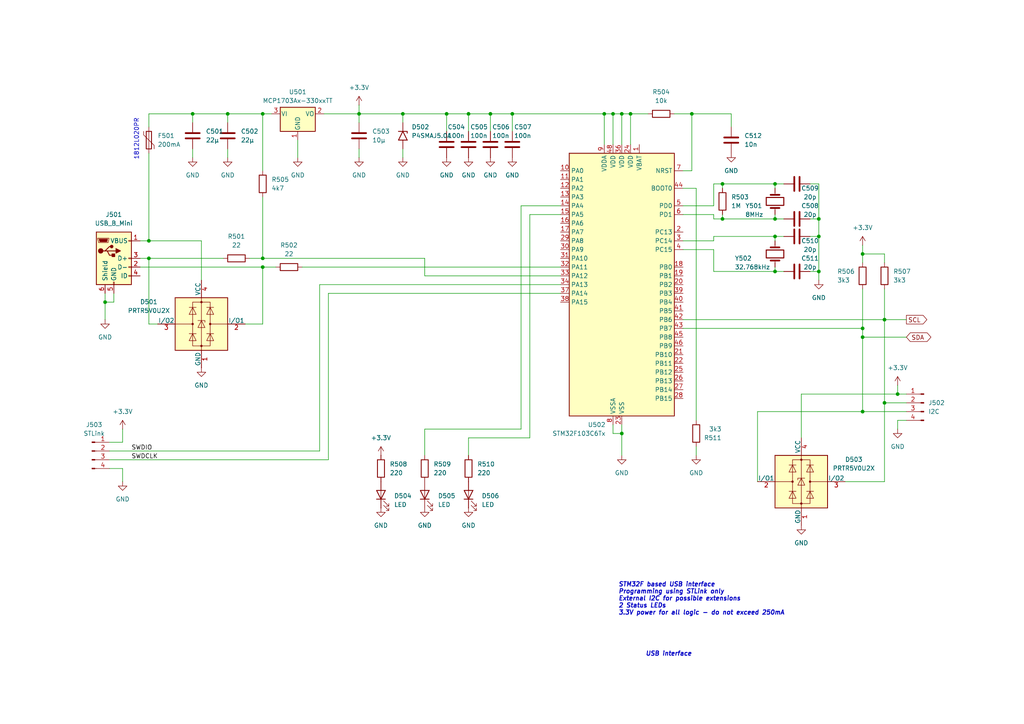
<source format=kicad_sch>
(kicad_sch (version 20250114) (generator "eeschema") (generator_version "9.0")
  (paper "A4")
  (lib_symbols
    (symbol "Connector:Conn_01x04_Pin" (pin_names (offset 1.016) (hide yes))
      (property "Reference" "J" (at 0 5.08 0))
      (property "Value" "Conn_01x04_Pin" (at 0 -7.62 0))
      (symbol "Conn_01x04_Pin_1_1"
        (rectangle (start 0.8636 2.667) (end 0 2.413) (stroke (width 0.1524)) (fill (type outline)))
        (rectangle (start 0.8636 0.127) (end 0 -0.127) (stroke (width 0.1524)) (fill (type outline)))
        (rectangle (start 0.8636 -2.413) (end 0 -2.667) (stroke (width 0.1524)) (fill (type outline)))
        (rectangle (start 0.8636 -4.953) (end 0 -5.207) (stroke (width 0.1524)) (fill (type outline)))
        (polyline (pts (xy 1.27 2.54) (xy 0.8636 2.54)) (stroke (width 0.1524)))
        (polyline (pts (xy 1.27 0) (xy 0.8636 0)) (stroke (width 0.1524)))
        (polyline (pts (xy 1.27 -2.54) (xy 0.8636 -2.54)) (stroke (width 0.1524)))
        (polyline (pts (xy 1.27 -5.08) (xy 0.8636 -5.08)) (stroke (width 0.1524)))
        (pin passive line (at 5.08 2.54 180) (length 3.81) (name "Pin_1") (number "1"))
        (pin passive line (at 5.08 0 180) (length 3.81) (name "Pin_2") (number "2"))
        (pin passive line (at 5.08 -2.54 180) (length 3.81) (name "Pin_3") (number "3"))
        (pin passive line (at 5.08 -5.08 180) (length 3.81) (name "Pin_4") (number "4"))
      )
    )
    (symbol "Connector:USB_B_Mini" (pin_names (offset 1.016))
      (property "Reference" "J" (at -5.08 11.43 0))
      (property "Value" "USB_B_Mini" (at -5.08 8.89 0))
      (symbol "USB_B_Mini_0_1"
        (rectangle (start -5.08 -7.62) (end 5.08 7.62) (stroke (width 0.254)) (fill (type background)))
        (polyline (pts (xy -4.699 5.842) (xy -4.699 5.588) (xy -4.445 4.826) (xy -4.445 4.572) (xy -1.651 4.572) (xy -1.651 4.826) (xy -1.397 5.588) (xy -1.397 5.842) (xy -4.699 5.842)))
        (polyline (pts (xy -4.318 5.588) (xy -1.778 5.588) (xy -2.032 4.826) (xy -4.064 4.826) (xy -4.318 5.588)) (fill (type outline)))
        (circle (center -3.81 2.159) (radius 0.635) (stroke (width 0.254)) (fill (type outline)))
        (polyline (pts (xy -3.175 2.159) (xy -2.54 2.159) (xy -1.27 3.429) (xy -0.635 3.429)) (stroke (width 0.254)))
        (polyline (pts (xy -2.54 2.159) (xy -1.905 2.159) (xy -1.27 0.889) (xy 0 0.889)) (stroke (width 0.254)))
        (polyline (pts (xy -1.905 2.159) (xy 0.635 2.159)) (stroke (width 0.254)))
        (circle (center -0.635 3.429) (radius 0.381) (stroke (width 0.254)) (fill (type outline)))
        (rectangle (start -0.127 -7.62) (end 0.127 -6.858))
        (rectangle (start 0.254 1.27) (end -0.508 0.508) (stroke (width 0.254)) (fill (type outline)))
        (polyline (pts (xy 0.635 2.794) (xy 0.635 1.524) (xy 1.905 2.159) (xy 0.635 2.794)) (stroke (width 0.254)) (fill (type outline)))
        (rectangle (start 5.08 4.953) (end 4.318 5.207))
        (rectangle (start 5.08 -0.127) (end 4.318 0.127))
        (rectangle (start 5.08 -2.667) (end 4.318 -2.413))
        (rectangle (start 5.08 -5.207) (end 4.318 -4.953))
      )
      (symbol "USB_B_Mini_1_1"
        (pin passive line (at -2.54 -10.16 90) (length 2.54) (name "Shield") (number "6"))
        (pin power_out line (at 0 -10.16 90) (length 2.54) (name "GND") (number "5"))
        (pin power_out line (at 7.62 5.08 180) (length 2.54) (name "VBUS") (number "1"))
        (pin bidirectional line (at 7.62 0 180) (length 2.54) (name "D+") (number "3"))
        (pin bidirectional line (at 7.62 -2.54 180) (length 2.54) (name "D-") (number "2"))
        (pin passive line (at 7.62 -5.08 180) (length 2.54) (name "ID") (number "4"))
      )
    )
    (symbol "Device:C" (pin_numbers (hide yes)) (pin_names (offset 0.254))
      (property "Reference" "C" (at 0.635 2.54 0))
      (property "Value" "C" (at 0.635 -2.54 0))
      (symbol "C_0_1"
        (polyline (pts (xy -2.032 0.762) (xy 2.032 0.762)) (stroke (width 0.508)))
        (polyline (pts (xy -2.032 -0.762) (xy 2.032 -0.762)) (stroke (width 0.508)))
      )
      (symbol "C_1_1"
        (pin passive line (at 0 3.81 270) (length 2.794) (name "~") (number "1"))
        (pin passive line (at 0 -3.81 90) (length 2.794) (name "~") (number "2"))
      )
    )
    (symbol "Device:Crystal" (pin_numbers (hide yes)) (pin_names (offset 1.016) (hide yes))
      (property "Reference" "Y" (at 0 3.81 0))
      (property "Value" "Crystal" (at 0 -3.81 0))
      (symbol "Crystal_0_1"
        (polyline (pts (xy -2.54 0) (xy -1.905 0)))
        (polyline (pts (xy -1.905 -1.27) (xy -1.905 1.27)) (stroke (width 0.508)))
        (rectangle (start -1.143 2.54) (end 1.143 -2.54) (stroke (width 0.3048)))
        (polyline (pts (xy 1.905 -1.27) (xy 1.905 1.27)) (stroke (width 0.508)))
        (polyline (pts (xy 2.54 0) (xy 1.905 0)))
      )
      (symbol "Crystal_1_1"
        (pin passive line (at -3.81 0 0) (length 1.27) (name "1") (number "1"))
        (pin passive line (at 3.81 0 180) (length 1.27) (name "2") (number "2"))
      )
    )
    (symbol "Device:LED" (pin_numbers (hide yes)) (pin_names (offset 1.016) (hide yes))
      (property "Reference" "D" (at 0 2.54 0))
      (property "Value" "LED" (at 0 -2.54 0))
      (symbol "LED_0_1"
        (polyline (pts (xy -3.048 -0.762) (xy -4.572 -2.286) (xy -3.81 -2.286) (xy -4.572 -2.286) (xy -4.572 -1.524)))
        (polyline (pts (xy -1.778 -0.762) (xy -3.302 -2.286) (xy -2.54 -2.286) (xy -3.302 -2.286) (xy -3.302 -1.524)))
        (polyline (pts (xy -1.27 0) (xy 1.27 0)))
        (polyline (pts (xy -1.27 -1.27) (xy -1.27 1.27)) (stroke (width 0.254)))
        (polyline (pts (xy 1.27 -1.27) (xy 1.27 1.27) (xy -1.27 0) (xy 1.27 -1.27)) (stroke (width 0.254)))
      )
      (symbol "LED_1_1"
        (pin passive line (at -3.81 0 0) (length 2.54) (name "K") (number "1"))
        (pin passive line (at 3.81 0 180) (length 2.54) (name "A") (number "2"))
      )
    )
    (symbol "Device:Polyfuse" (pin_numbers (hide yes)) (pin_names (offset 0))
      (property "Reference" "F" (at -2.54 0 90))
      (property "Value" "Polyfuse" (at 2.54 0 90))
      (symbol "Polyfuse_0_1"
        (polyline (pts (xy -1.524 2.54) (xy -1.524 1.524) (xy 1.524 -1.524) (xy 1.524 -2.54)))
        (rectangle (start -0.762 2.54) (end 0.762 -2.54) (stroke (width 0.254)))
        (polyline (pts (xy 0 2.54) (xy 0 -2.54)))
      )
      (symbol "Polyfuse_1_1"
        (pin passive line (at 0 3.81 270) (length 1.27) (name "~") (number "1"))
        (pin passive line (at 0 -3.81 90) (length 1.27) (name "~") (number "2"))
      )
    )
    (symbol "Device:R" (pin_numbers (hide yes)) (pin_names (offset 0))
      (property "Reference" "R" (at 2.032 0 90))
      (property "Value" "R" (at 0 0 90))
      (symbol "R_0_1"
        (rectangle (start -1.016 -2.54) (end 1.016 2.54) (stroke (width 0.254)))
      )
      (symbol "R_1_1"
        (pin passive line (at 0 3.81 270) (length 1.27) (name "~") (number "1"))
        (pin passive line (at 0 -3.81 90) (length 1.27) (name "~") (number "2"))
      )
    )
    (symbol "Diode:SMAJ54A" (pin_numbers (hide yes)) (pin_names (offset 1.016) (hide yes))
      (property "Reference" "D" (at 0 2.54 0))
      (property "Value" "SMAJ54A" (at 0 -2.54 0))
      (symbol "SMAJ54A_0_1"
        (polyline (pts (xy -0.762 1.27) (xy -1.27 1.27) (xy -1.27 -1.27)) (stroke (width 0.254)))
        (polyline (pts (xy 1.27 1.27) (xy 1.27 -1.27) (xy -1.27 0) (xy 1.27 1.27)) (stroke (width 0.254)))
      )
      (symbol "SMAJ54A_1_1"
        (pin passive line (at -3.81 0 0) (length 2.54) (name "A1") (number "1"))
        (pin passive line (at 3.81 0 180) (length 2.54) (name "A2") (number "2"))
      )
    )
    (symbol "MCU_ST_STM32F1:STM32F103C6Tx"
      (property "Reference" "U" (at -15.24 39.37 0))
      (property "Value" "STM32F103C6Tx" (at 7.62 39.37 0))
      (symbol "STM32F103C6Tx_0_1"
        (rectangle (start -15.24 -38.1) (end 15.24 38.1) (stroke (width 0.254)) (fill (type background)))
      )
      (symbol "STM32F103C6Tx_1_1"
        (pin input line (at -17.78 33.02 0) (length 2.54) (name "NRST") (number "7"))
        (pin input line (at -17.78 27.94 0) (length 2.54) (name "BOOT0") (number "44"))
        (pin bidirectional line (at -17.78 22.86 0) (length 2.54) (name "PD0") (number "5"))
        (pin bidirectional line (at -17.78 20.32 0) (length 2.54) (name "PD1") (number "6"))
        (pin bidirectional line (at -17.78 15.24 0) (length 2.54) (name "PC13") (number "2"))
        (pin bidirectional line (at -17.78 12.7 0) (length 2.54) (name "PC14") (number "3"))
        (pin bidirectional line (at -17.78 10.16 0) (length 2.54) (name "PC15") (number "4"))
        (pin bidirectional line (at -17.78 5.08 0) (length 2.54) (name "PB0") (number "18"))
        (pin bidirectional line (at -17.78 2.54 0) (length 2.54) (name "PB1") (number "19"))
        (pin bidirectional line (at -17.78 0 0) (length 2.54) (name "PB2") (number "20"))
        (pin bidirectional line (at -17.78 -2.54 0) (length 2.54) (name "PB3") (number "39"))
        (pin bidirectional line (at -17.78 -5.08 0) (length 2.54) (name "PB4") (number "40"))
        (pin bidirectional line (at -17.78 -7.62 0) (length 2.54) (name "PB5") (number "41"))
        (pin bidirectional line (at -17.78 -10.16 0) (length 2.54) (name "PB6") (number "42"))
        (pin bidirectional line (at -17.78 -12.7 0) (length 2.54) (name "PB7") (number "43"))
        (pin bidirectional line (at -17.78 -15.24 0) (length 2.54) (name "PB8") (number "45"))
        (pin bidirectional line (at -17.78 -17.78 0) (length 2.54) (name "PB9") (number "46"))
        (pin bidirectional line (at -17.78 -20.32 0) (length 2.54) (name "PB10") (number "21"))
        (pin bidirectional line (at -17.78 -22.86 0) (length 2.54) (name "PB11") (number "22"))
        (pin bidirectional line (at -17.78 -25.4 0) (length 2.54) (name "PB12") (number "25"))
        (pin bidirectional line (at -17.78 -27.94 0) (length 2.54) (name "PB13") (number "26"))
        (pin bidirectional line (at -17.78 -30.48 0) (length 2.54) (name "PB14") (number "27"))
        (pin bidirectional line (at -17.78 -33.02 0) (length 2.54) (name "PB15") (number "28"))
        (pin power_in line (at -5.08 40.64 270) (length 2.54) (name "VBAT") (number "1"))
        (pin power_in line (at -2.54 40.64 270) (length 2.54) (name "VDD") (number "24"))
        (pin power_in line (at 0 40.64 270) (length 2.54) (name "VDD") (number "36"))
        (pin power_in line (at 0 -40.64 90) (length 2.54) (name "VSS") (number "23"))
        (pin passive line (at 0 -40.64 90) (length 2.54) (hide yes) (name "VSS") (number "35"))
        (pin passive line (at 0 -40.64 90) (length 2.54) (hide yes) (name "VSS") (number "47"))
        (pin power_in line (at 2.54 40.64 270) (length 2.54) (name "VDD") (number "48"))
        (pin power_in line (at 2.54 -40.64 90) (length 2.54) (name "VSSA") (number "8"))
        (pin power_in line (at 5.08 40.64 270) (length 2.54) (name "VDDA") (number "9"))
        (pin bidirectional line (at 17.78 33.02 180) (length 2.54) (name "PA0") (number "10"))
        (pin bidirectional line (at 17.78 30.48 180) (length 2.54) (name "PA1") (number "11"))
        (pin bidirectional line (at 17.78 27.94 180) (length 2.54) (name "PA2") (number "12"))
        (pin bidirectional line (at 17.78 25.4 180) (length 2.54) (name "PA3") (number "13"))
        (pin bidirectional line (at 17.78 22.86 180) (length 2.54) (name "PA4") (number "14"))
        (pin bidirectional line (at 17.78 20.32 180) (length 2.54) (name "PA5") (number "15"))
        (pin bidirectional line (at 17.78 17.78 180) (length 2.54) (name "PA6") (number "16"))
        (pin bidirectional line (at 17.78 15.24 180) (length 2.54) (name "PA7") (number "17"))
        (pin bidirectional line (at 17.78 12.7 180) (length 2.54) (name "PA8") (number "29"))
        (pin bidirectional line (at 17.78 10.16 180) (length 2.54) (name "PA9") (number "30"))
        (pin bidirectional line (at 17.78 7.62 180) (length 2.54) (name "PA10") (number "31"))
        (pin bidirectional line (at 17.78 5.08 180) (length 2.54) (name "PA11") (number "32"))
        (pin bidirectional line (at 17.78 2.54 180) (length 2.54) (name "PA12") (number "33"))
        (pin bidirectional line (at 17.78 0 180) (length 2.54) (name "PA13") (number "34"))
        (pin bidirectional line (at 17.78 -2.54 180) (length 2.54) (name "PA14") (number "37"))
        (pin bidirectional line (at 17.78 -5.08 180) (length 2.54) (name "PA15") (number "38"))
      )
    )
    (symbol "Power_Protection:PRTR5V0U2X" (pin_names (offset 0))
      (property "Reference" "D" (at 2.794 8.636 0))
      (property "Value" "PRTR5V0U2X" (at 8.128 -9.398 0))
      (symbol "PRTR5V0U2X_0_1"
        (rectangle (start -7.62 -7.62) (end 7.62 7.62) (stroke (width 0.254)) (fill (type background)))
        (polyline (pts (xy -3.556 2.794) (xy -1.524 2.794) (xy -2.54 4.826) (xy -3.556 2.794)))
        (polyline (pts (xy -3.556 -4.826) (xy -1.524 -4.826) (xy -2.54 -2.794) (xy -3.556 -4.826)))
        (rectangle (start -2.54 6.35) (end 2.54 -6.35))
        (circle (center -2.54 0) (radius 0.254) (fill (type outline)))
        (polyline (pts (xy -2.54 0) (xy -7.62 0)))
        (polyline (pts (xy -1.524 4.826) (xy -3.556 4.826)))
        (polyline (pts (xy -1.524 -2.794) (xy -3.556 -2.794)))
        (polyline (pts (xy -1.016 -1.016) (xy 1.016 -1.016) (xy 0 1.016) (xy -1.016 -1.016)))
        (circle (center 0 6.35) (radius 0.254) (fill (type outline)))
        (circle (center 0 -6.35) (radius 0.254) (fill (type outline)))
        (polyline (pts (xy 0 -7.62) (xy 0 7.62)))
        (polyline (pts (xy 1.016 1.016) (xy -1.016 1.016) (xy -1.016 0.508)))
        (polyline (pts (xy 1.524 4.826) (xy 3.556 4.826)))
        (polyline (pts (xy 1.524 -2.794) (xy 3.556 -2.794)))
        (polyline (pts (xy 2.54 0) (xy 7.62 0)))
        (circle (center 2.54 0) (radius 0.254) (fill (type outline)))
        (polyline (pts (xy 3.556 2.794) (xy 1.524 2.794) (xy 2.54 4.826) (xy 3.556 2.794)))
        (polyline (pts (xy 3.556 -4.826) (xy 1.524 -4.826) (xy 2.54 -2.794) (xy 3.556 -4.826)))
      )
      (symbol "PRTR5V0U2X_1_1"
        (pin passive line (at -12.7 0 0) (length 5.08) (name "I/O1") (number "2"))
        (pin passive line (at 0 12.7 270) (length 5.08) (name "VCC") (number "4"))
        (pin passive line (at 0 -12.7 90) (length 5.08) (name "GND") (number "1"))
        (pin passive line (at 12.7 0 180) (length 5.08) (name "I/O2") (number "3"))
      )
    )
    (symbol "Regulator_Linear:MCP1703Ax-330xxTT" (pin_names (offset 0.254))
      (property "Reference" "U" (at -3.81 3.175 0))
      (property "Value" "MCP1703Ax-330xxTT" (at 0 3.175 0))
      (symbol "MCP1703Ax-330xxTT_0_1"
        (rectangle (start -5.08 -5.08) (end 5.08 1.905) (stroke (width 0.254)) (fill (type background)))
      )
      (symbol "MCP1703Ax-330xxTT_1_1"
        (pin power_in line (at -7.62 0 0) (length 2.54) (name "VI") (number "3"))
        (pin power_in line (at 0 -7.62 90) (length 2.54) (name "GND") (number "1"))
        (pin power_out line (at 7.62 0 180) (length 2.54) (name "VO") (number "2"))
      )
    )
    (symbol "power:+3.3V" (power) (pin_numbers (hide yes)) (pin_names (offset 0) (hide yes))
      (property "Value" "+3.3V" (at 0 3.556 0))
      (symbol "+3.3V_0_1"
        (polyline (pts (xy -0.762 1.27) (xy 0 2.54)))
        (polyline (pts (xy 0 2.54) (xy 0.762 1.27)))
        (polyline (pts (xy 0 0) (xy 0 2.54)))
      )
      (symbol "+3.3V_1_1"
        (pin power_in line (at 0 0 90) (length 0) (name "~") (number "1"))
      )
    )
    (symbol "power:GND" (power) (pin_numbers (hide yes)) (pin_names (offset 0) (hide yes))
      (property "Value" "GND" (at 0 -3.81 0))
      (symbol "GND_0_1"
        (polyline (pts (xy 0 0) (xy 0 -1.27) (xy 1.27 -1.27) (xy 0 -2.54) (xy -1.27 -1.27) (xy 0 -1.27)))
      )
      (symbol "GND_1_1"
        (pin power_in line (at 0 0 270) (length 0) (name "~") (number "1"))
      )
    )
  )
  (text "USB interface" (at 187.198 189.738 0) (effects (font (size 1.27 1.27) (thickness 0.254) (bold yes) (italic yes)) (justify left)))
  (text "STM32F based USB interface\nProgramming using STLink only\nExternal I2C for possible extensions\n2 Status LEDs\n3.3V power for all logic - do not exceed 250mA" (at 179.324 173.736 0) (effects (font (size 1.27 1.27) (thickness 0.254) (bold yes) (italic yes)) (justify left)))
  (text "1812L020PR" (at 39.624 40.386 90) (effects (font (size 1.27 1.27))))
  (junction (at 129.54 33.02))
  (junction (at 224.79 78.74))
  (junction (at 116.84 33.02))
  (junction (at 76.2 77.47))
  (junction (at 142.24 33.02))
  (junction (at 180.34 125.73))
  (junction (at 224.79 68.58))
  (junction (at 148.59 33.02))
  (junction (at 55.88 33.02))
  (junction (at 224.79 53.34))
  (junction (at 250.19 119.38))
  (junction (at 43.18 74.93))
  (junction (at 256.54 92.71))
  (junction (at 43.18 69.85))
  (junction (at 250.19 97.79))
  (junction (at 104.14 33.02))
  (junction (at 175.26 33.02))
  (junction (at 256.54 116.84))
  (junction (at 250.19 95.25))
  (junction (at 66.04 33.02))
  (junction (at 250.19 73.66))
  (junction (at 135.89 33.02))
  (junction (at 76.2 74.93))
  (junction (at 182.88 33.02))
  (junction (at 30.48 87.63))
  (junction (at 224.79 63.5))
  (junction (at 209.55 63.5))
  (junction (at 76.2 33.02))
  (junction (at 237.49 78.74))
  (junction (at 237.49 63.5))
  (junction (at 177.8 33.02))
  (junction (at 260.35 114.3))
  (junction (at 180.34 33.02))
  (junction (at 209.55 53.34))
  (junction (at 237.49 68.58))
  (junction (at 200.66 33.02))
  (wire (pts (xy 175.26 33.02) (xy 175.26 41.91)))
  (wire (pts (xy 195.58 33.02) (xy 200.66 33.02)))
  (wire (pts (xy 129.54 33.02) (xy 129.54 38.1)))
  (wire (pts (xy 260.35 114.3) (xy 260.35 111.76)))
  (wire (pts (xy 207.01 59.69) (xy 207.01 53.34)))
  (wire (pts (xy 200.66 33.02) (xy 200.66 49.53)))
  (wire (pts (xy 93.98 33.02) (xy 104.14 33.02)))
  (wire (pts (xy 201.93 54.61) (xy 201.93 121.92)))
  (wire (pts (xy 200.66 49.53) (xy 198.12 49.53)))
  (wire (pts (xy 198.12 69.85) (xy 207.01 69.85)))
  (wire (pts (xy 104.14 30.48) (xy 104.14 33.02)))
  (wire (pts (xy 76.2 57.15) (xy 76.2 74.93)))
  (wire (pts (xy 129.54 33.02) (xy 135.89 33.02)))
  (wire (pts (xy 123.19 80.01) (xy 162.56 80.01)))
  (wire (pts (xy 43.18 74.93) (xy 64.77 74.93)))
  (wire (pts (xy 234.95 78.74) (xy 237.49 78.74)))
  (wire (pts (xy 87.63 77.47) (xy 162.56 77.47)))
  (wire (pts (xy 76.2 93.98) (xy 71.12 93.98)))
  (wire (pts (xy 198.12 59.69) (xy 207.01 59.69)))
  (wire (pts (xy 250.19 73.66) (xy 256.54 73.66)))
  (wire (pts (xy 92.71 82.55) (xy 162.56 82.55)))
  (wire (pts (xy 40.64 74.93) (xy 43.18 74.93)))
  (wire (pts (xy 40.64 77.47) (xy 76.2 77.47)))
  (wire (pts (xy 237.49 63.5) (xy 237.49 68.58)))
  (wire (pts (xy 209.55 53.34) (xy 224.79 53.34)))
  (wire (pts (xy 212.09 36.83) (xy 212.09 33.02)))
  (wire (pts (xy 250.19 119.38) (xy 250.19 97.79)))
  (wire (pts (xy 250.19 95.25) (xy 250.19 97.79)))
  (wire (pts (xy 66.04 35.56) (xy 66.04 33.02)))
  (wire (pts (xy 135.89 33.02) (xy 142.24 33.02)))
  (wire (pts (xy 256.54 116.84) (xy 262.89 116.84)))
  (wire (pts (xy 256.54 92.71) (xy 256.54 116.84)))
  (wire (pts (xy 40.64 69.85) (xy 43.18 69.85)))
  (wire (pts (xy 224.79 68.58) (xy 224.79 69.85)))
  (wire (pts (xy 207.01 62.23) (xy 207.01 63.5)))
  (wire (pts (xy 227.33 68.58) (xy 224.79 68.58)))
  (wire (pts (xy 177.8 33.02) (xy 177.8 41.91)))
  (wire (pts (xy 135.89 127) (xy 135.89 132.08)))
  (wire (pts (xy 135.89 33.02) (xy 135.89 38.1)))
  (wire (pts (xy 262.89 114.3) (xy 260.35 114.3)))
  (wire (pts (xy 180.34 33.02) (xy 180.34 41.91)))
  (wire (pts (xy 33.02 85.09) (xy 33.02 87.63)))
  (wire (pts (xy 209.55 62.23) (xy 209.55 63.5)))
  (wire (pts (xy 245.11 139.7) (xy 256.54 139.7)))
  (wire (pts (xy 43.18 69.85) (xy 58.42 69.85)))
  (wire (pts (xy 55.88 43.18) (xy 55.88 45.72)))
  (wire (pts (xy 31.75 135.89) (xy 35.56 135.89)))
  (wire (pts (xy 256.54 76.2) (xy 256.54 73.66)))
  (wire (pts (xy 30.48 87.63) (xy 30.48 92.71)))
  (wire (pts (xy 175.26 33.02) (xy 177.8 33.02)))
  (wire (pts (xy 224.79 77.47) (xy 224.79 78.74)))
  (wire (pts (xy 250.19 73.66) (xy 250.19 76.2)))
  (wire (pts (xy 151.13 124.46) (xy 123.19 124.46)))
  (wire (pts (xy 182.88 41.91) (xy 182.88 33.02)))
  (wire (pts (xy 180.34 33.02) (xy 182.88 33.02)))
  (wire (pts (xy 232.41 114.3) (xy 260.35 114.3)))
  (wire (pts (xy 237.49 63.5) (xy 234.95 63.5)))
  (wire (pts (xy 224.79 63.5) (xy 227.33 63.5)))
  (wire (pts (xy 153.67 127) (xy 135.89 127)))
  (wire (pts (xy 219.71 119.38) (xy 250.19 119.38)))
  (wire (pts (xy 31.75 130.81) (xy 92.71 130.81)))
  (wire (pts (xy 35.56 135.89) (xy 35.56 139.7)))
  (wire (pts (xy 256.54 116.84) (xy 256.54 139.7)))
  (wire (pts (xy 162.56 62.23) (xy 153.67 62.23)))
  (wire (pts (xy 177.8 33.02) (xy 180.34 33.02)))
  (wire (pts (xy 76.2 77.47) (xy 80.01 77.47)))
  (wire (pts (xy 198.12 62.23) (xy 207.01 62.23)))
  (wire (pts (xy 256.54 83.82) (xy 256.54 92.71)))
  (wire (pts (xy 142.24 33.02) (xy 142.24 38.1)))
  (wire (pts (xy 148.59 33.02) (xy 175.26 33.02)))
  (wire (pts (xy 224.79 53.34) (xy 224.79 54.61)))
  (wire (pts (xy 232.41 127) (xy 232.41 114.3)))
  (wire (pts (xy 250.19 83.82) (xy 250.19 95.25)))
  (wire (pts (xy 35.56 128.27) (xy 35.56 124.46)))
  (wire (pts (xy 95.25 85.09) (xy 162.56 85.09)))
  (wire (pts (xy 76.2 49.53) (xy 76.2 33.02)))
  (wire (pts (xy 198.12 92.71) (xy 256.54 92.71)))
  (wire (pts (xy 180.34 125.73) (xy 180.34 132.08)))
  (wire (pts (xy 234.95 53.34) (xy 237.49 53.34)))
  (wire (pts (xy 30.48 87.63) (xy 33.02 87.63)))
  (wire (pts (xy 43.18 69.85) (xy 43.18 44.45)))
  (wire (pts (xy 177.8 123.19) (xy 177.8 125.73)))
  (wire (pts (xy 43.18 93.98) (xy 45.72 93.98)))
  (wire (pts (xy 58.42 81.28) (xy 58.42 69.85)))
  (wire (pts (xy 116.84 33.02) (xy 129.54 33.02)))
  (wire (pts (xy 86.36 40.64) (xy 86.36 45.72)))
  (wire (pts (xy 162.56 59.69) (xy 151.13 59.69)))
  (wire (pts (xy 260.35 121.92) (xy 260.35 124.46)))
  (wire (pts (xy 224.79 63.5) (xy 224.79 62.23)))
  (wire (pts (xy 76.2 33.02) (xy 78.74 33.02)))
  (wire (pts (xy 104.14 33.02) (xy 116.84 33.02)))
  (wire (pts (xy 207.01 53.34) (xy 209.55 53.34)))
  (wire (pts (xy 180.34 123.19) (xy 180.34 125.73)))
  (wire (pts (xy 66.04 33.02) (xy 76.2 33.02)))
  (wire (pts (xy 237.49 68.58) (xy 237.49 78.74)))
  (wire (pts (xy 200.66 33.02) (xy 212.09 33.02)))
  (wire (pts (xy 237.49 53.34) (xy 237.49 63.5)))
  (wire (pts (xy 224.79 53.34) (xy 227.33 53.34)))
  (wire (pts (xy 227.33 78.74) (xy 224.79 78.74)))
  (wire (pts (xy 256.54 92.71) (xy 262.89 92.71)))
  (wire (pts (xy 31.75 133.35) (xy 95.25 133.35)))
  (wire (pts (xy 72.39 74.93) (xy 76.2 74.93)))
  (wire (pts (xy 207.01 72.39) (xy 207.01 78.74)))
  (wire (pts (xy 219.71 139.7) (xy 219.71 119.38)))
  (wire (pts (xy 95.25 133.35) (xy 95.25 85.09)))
  (wire (pts (xy 43.18 33.02) (xy 55.88 33.02)))
  (wire (pts (xy 76.2 74.93) (xy 123.19 74.93)))
  (wire (pts (xy 123.19 124.46) (xy 123.19 132.08)))
  (wire (pts (xy 116.84 43.18) (xy 116.84 45.72)))
  (wire (pts (xy 43.18 36.83) (xy 43.18 33.02)))
  (wire (pts (xy 43.18 74.93) (xy 43.18 93.98)))
  (wire (pts (xy 76.2 77.47) (xy 76.2 93.98)))
  (wire (pts (xy 151.13 59.69) (xy 151.13 124.46)))
  (wire (pts (xy 207.01 68.58) (xy 224.79 68.58)))
  (wire (pts (xy 209.55 53.34) (xy 209.55 54.61)))
  (wire (pts (xy 116.84 35.56) (xy 116.84 33.02)))
  (wire (pts (xy 104.14 43.18) (xy 104.14 45.72)))
  (wire (pts (xy 207.01 78.74) (xy 224.79 78.74)))
  (wire (pts (xy 153.67 62.23) (xy 153.67 127)))
  (wire (pts (xy 55.88 33.02) (xy 55.88 35.56)))
  (wire (pts (xy 148.59 33.02) (xy 148.59 38.1)))
  (wire (pts (xy 66.04 43.18) (xy 66.04 45.72)))
  (wire (pts (xy 198.12 95.25) (xy 250.19 95.25)))
  (wire (pts (xy 262.89 121.92) (xy 260.35 121.92)))
  (wire (pts (xy 237.49 78.74) (xy 237.49 81.28)))
  (wire (pts (xy 198.12 54.61) (xy 201.93 54.61)))
  (wire (pts (xy 142.24 33.02) (xy 148.59 33.02)))
  (wire (pts (xy 201.93 129.54) (xy 201.93 132.08)))
  (wire (pts (xy 198.12 72.39) (xy 207.01 72.39)))
  (wire (pts (xy 234.95 68.58) (xy 237.49 68.58)))
  (wire (pts (xy 104.14 35.56) (xy 104.14 33.02)))
  (wire (pts (xy 31.75 128.27) (xy 35.56 128.27)))
  (wire (pts (xy 250.19 97.79) (xy 262.89 97.79)))
  (wire (pts (xy 250.19 71.12) (xy 250.19 73.66)))
  (wire (pts (xy 262.89 119.38) (xy 250.19 119.38)))
  (wire (pts (xy 123.19 74.93) (xy 123.19 80.01)))
  (wire (pts (xy 209.55 63.5) (xy 224.79 63.5)))
  (wire (pts (xy 207.01 63.5) (xy 209.55 63.5)))
  (wire (pts (xy 182.88 33.02) (xy 187.96 33.02)))
  (wire (pts (xy 92.71 130.81) (xy 92.71 82.55)))
  (wire (pts (xy 177.8 125.73) (xy 180.34 125.73)))
  (wire (pts (xy 55.88 33.02) (xy 66.04 33.02)))
  (wire (pts (xy 207.01 69.85) (xy 207.01 68.58)))
  (wire (pts (xy 30.48 85.09) (xy 30.48 87.63)))
  (label "SWDCLK" (at 38.1 133.35 0))
  (label "SWDIO" (at 38.1 130.81 0))
  (global_label "SDA" (shape bidirectional) (at 262.89 97.79 0) (property "Intersheetrefs" "${INTERSHEET_REFS}" (effects (hide yes))))
  (global_label "SCL" (shape output) (at 262.89 92.71 0) (property "Intersheetrefs" "${INTERSHEET_REFS}" (effects (hide yes))))
  (symbol (lib_id "power:GND") (at 201.93 132.08 0) (unit 1)
    (property "Reference" "#PWR0526" (effects (hide yes)))
    (property "Value" "GND" (at 201.93 137.16 0))
    (property "Description" "Power symbol creates a global label with name \"GND\" , ground" (effects (hide yes)))
  )
  (symbol (lib_id "power:GND") (at 129.54 45.72 0) (unit 1)
    (property "Reference" "#PWR0510" (effects (hide yes)))
    (property "Value" "GND" (at 129.54 50.8 0))
    (property "Description" "Power symbol creates a global label with name \"GND\" , ground" (effects (hide yes)))
  )
  (symbol (lib_id "Device:C") (at 212.09 40.64 0) (unit 1)
    (property "Reference" "C512" (at 215.9 39.3699 0) (effects (justify left)))
    (property "Value" "10n" (at 215.9 41.9099 0) (effects (justify left)))
    (property "Footprint" "Capacitor_SMD:C_0603_1608Metric" (effects (hide yes)))
    (property "Description" "Unpolarized capacitor" (effects (hide yes)))
  )
  (symbol (lib_id "power:+3.3V") (at 110.49 132.08 0) (unit 1)
    (property "Reference" "#PWR0525" (effects (hide yes)))
    (property "Value" "+3.3V" (at 110.49 127 0))
    (property "Description" "Power symbol creates a global label with name \"+3.3V\"" (effects (hide yes)))
  )
  (symbol (lib_id "Device:R") (at 191.77 33.02 90) (unit 1)
    (property "Reference" "R504" (at 191.77 26.67 90))
    (property "Value" "10k" (at 191.77 29.21 90))
    (property "Footprint" "Resistor_SMD:R_0603_1608Metric" (effects (hide yes)))
    (property "Description" "Resistor" (effects (hide yes)))
  )
  (symbol (lib_id "power:GND") (at 30.48 92.71 0) (unit 1)
    (property "Reference" "#PWR0501" (effects (hide yes)))
    (property "Value" "GND" (at 30.48 97.79 0))
    (property "Description" "Power symbol creates a global label with name \"GND\" , ground" (effects (hide yes)))
  )
  (symbol (lib_id "Device:C") (at 231.14 78.74 90) (unit 1)
    (property "Reference" "C511" (at 234.95 74.93 90))
    (property "Value" "20p" (at 234.95 77.47 90))
    (property "Footprint" "Capacitor_SMD:C_0603_1608Metric" (effects (hide yes)))
    (property "Description" "Unpolarized capacitor" (effects (hide yes)))
  )
  (symbol (lib_id "Power_Protection:PRTR5V0U2X") (at 232.41 139.7 0) (unit 1)
    (property "Reference" "D503" (at 247.65 133.2798 0))
    (property "Value" "PRTR5V0U2X" (at 247.65 135.8198 0))
    (property "Footprint" "Package_TO_SOT_SMD:SOT-143" (effects (hide yes)))
    (property "Datasheet" "https://assets.nexperia.com/documents/data-sheet/PRTR5V0U2X.pdf" (effects (hide yes)))
    (property "Description" "Ultra low capacitance double rail-to-rail ESD protection diode, SOT-143" (effects (hide yes)))
  )
  (symbol (lib_id "power:GND") (at 35.56 139.7 0) (unit 1)
    (property "Reference" "#PWR0520" (effects (hide yes)))
    (property "Value" "GND" (at 35.56 144.78 0))
    (property "Description" "Power symbol creates a global label with name \"GND\" , ground" (effects (hide yes)))
  )
  (symbol (lib_id "Diode:SMAJ54A") (at 116.84 39.37 270) (unit 1)
    (property "Reference" "D502" (at 119.38 36.83 90) (effects (justify left)))
    (property "Value" "P4SMAJ5.0A" (at 119.38 39.37 90) (effects (justify left)))
    (property "Footprint" "Diode_SMD:D_SMA" (effects (hide yes)))
    (property "Datasheet" "https://www.littelfuse.com/media?resourcetype=datasheets&itemid=75e32973-b177-4ee3-a0ff-cedaf1abdb93&filename=smaj-datasheet" (effects (hide yes)))
    (property "Description" "400W unidirectional Transient Voltage Suppressor, 54.0Vr, SMA(DO-214AC)" (effects (hide yes)))
  )
  (symbol (lib_id "Device:R") (at 83.82 77.47 90) (unit 1)
    (property "Reference" "R502" (at 83.82 71.12 90))
    (property "Value" "22" (at 83.82 73.66 90))
    (property "Footprint" "Resistor_SMD:R_0603_1608Metric" (effects (hide yes)))
    (property "Description" "Resistor" (effects (hide yes)))
  )
  (symbol (lib_id "power:GND") (at 66.04 45.72 0) (unit 1)
    (property "Reference" "#PWR0503" (effects (hide yes)))
    (property "Value" "GND" (at 66.04 50.8 0))
    (property "Description" "Power symbol creates a global label with name \"GND\" , ground" (effects (hide yes)))
  )
  (symbol (lib_id "power:GND") (at 116.84 45.72 0) (unit 1)
    (property "Reference" "#PWR0509" (effects (hide yes)))
    (property "Value" "GND" (at 116.84 50.8 0))
    (property "Description" "Power symbol creates a global label with name \"GND\" , ground" (effects (hide yes)))
  )
  (symbol (lib_id "power:+3.3V") (at 260.35 111.76 0) (unit 1)
    (property "Reference" "#PWR0517" (effects (hide yes)))
    (property "Value" "+3.3V" (at 260.35 106.68 0))
    (property "Description" "Power symbol creates a global label with name \"+3.3V\"" (effects (hide yes)))
  )
  (symbol (lib_id "Connector:Conn_01x04_Pin") (at 267.97 116.84 0) (mirror y) (unit 1)
    (property "Reference" "J502" (at 269.24 116.8399 0) (effects (justify right)))
    (property "Value" "I2C" (at 269.24 119.3799 0) (effects (justify right)))
    (property "Footprint" "Connector_PinHeader_2.54mm:PinHeader_1x04_P2.54mm_Vertical" (effects (hide yes)))
    (property "Description" "Generic connector, single row, 01x04, script generated" (effects (hide yes)))
  )
  (symbol (lib_id "power:+3.3V") (at 35.56 124.46 0) (unit 1)
    (property "Reference" "#PWR0521" (effects (hide yes)))
    (property "Value" "+3.3V" (at 35.56 119.38 0))
    (property "Description" "Power symbol creates a global label with name \"+3.3V\"" (effects (hide yes)))
  )
  (symbol (lib_id "Regulator_Linear:MCP1703Ax-330xxTT") (at 86.36 33.02 0) (unit 1)
    (property "Reference" "U501" (at 86.36 26.67 0))
    (property "Value" "MCP1703Ax-330xxTT" (at 86.36 29.21 0))
    (property "Footprint" "Package_TO_SOT_SMD:SOT-23" (effects (hide yes)))
    (property "Datasheet" "http://ww1.microchip.com/downloads/en/DeviceDoc/20005122B.pdf" (effects (hide yes)))
    (property "Description" "Low Quiescent Current LDO Regulator, 3.3V, 250mA, Vin<=16V, SOT-23" (effects (hide yes)))
  )
  (symbol (lib_id "Device:R") (at 256.54 80.01 0) (unit 1)
    (property "Reference" "R507" (at 259.08 78.7399 0) (effects (justify left)))
    (property "Value" "3k3" (at 259.08 81.2799 0) (effects (justify left)))
    (property "Footprint" "Resistor_SMD:R_0603_1608Metric" (effects (hide yes)))
    (property "Description" "Resistor" (effects (hide yes)))
  )
  (symbol (lib_id "Device:C") (at 148.59 41.91 0) (unit 1)
    (property "Reference" "C507" (at 149.098 36.83 0) (effects (justify left)))
    (property "Value" "100n" (at 149.098 39.37 0) (effects (justify left)))
    (property "Footprint" "Capacitor_SMD:C_0603_1608Metric" (effects (hide yes)))
    (property "Description" "Unpolarized capacitor" (effects (hide yes)))
  )
  (symbol (lib_id "Device:C") (at 66.04 39.37 0) (unit 1)
    (property "Reference" "C502" (at 69.85 38.0999 0) (effects (justify left)))
    (property "Value" "22µ" (at 69.85 40.6399 0) (effects (justify left)))
    (property "Footprint" "Capacitor_SMD:C_1206_3216Metric" (effects (hide yes)))
    (property "Description" "Unpolarized capacitor" (effects (hide yes)))
  )
  (symbol (lib_id "Device:Crystal") (at 224.79 58.42 90) (unit 1)
    (property "Reference" "Y501" (at 216.154 59.69 90) (effects (justify right)))
    (property "Value" "8MHz" (at 216.154 62.23 90) (effects (justify right)))
    (property "Footprint" "Crystal:Crystal_HC49-U_Vertical" (effects (hide yes)))
    (property "Description" "Two pin crystal" (effects (hide yes)))
  )
  (symbol (lib_id "Device:R") (at 110.49 135.89 0) (unit 1)
    (property "Reference" "R508" (at 113.03 134.6199 0) (effects (justify left)))
    (property "Value" "220" (at 113.03 137.1599 0) (effects (justify left)))
    (property "Footprint" "Resistor_SMD:R_0603_1608Metric" (effects (hide yes)))
    (property "Description" "Resistor" (effects (hide yes)))
  )
  (symbol (lib_id "power:GND") (at 135.89 147.32 0) (unit 1)
    (property "Reference" "#PWR0524" (effects (hide yes)))
    (property "Value" "GND" (at 135.89 152.4 0))
    (property "Description" "Power symbol creates a global label with name \"GND\" , ground" (effects (hide yes)))
  )
  (symbol (lib_id "power:+3.3V") (at 250.19 71.12 0) (unit 1)
    (property "Reference" "#PWR0516" (effects (hide yes)))
    (property "Value" "+3.3V" (at 250.19 66.04 0))
    (property "Description" "Power symbol creates a global label with name \"+3.3V\"" (effects (hide yes)))
  )
  (symbol (lib_id "Connector:USB_B_Mini") (at 33.02 74.93 0) (unit 1)
    (property "Reference" "J501" (at 33.02 62.23 0))
    (property "Value" "USB_B_Mini" (at 33.02 64.77 0))
    (property "Footprint" "Connector_USB:USB_Mini-B_Wuerth_65100516121_Horizontal" (effects (hide yes)))
    (property "Description" "USB Mini Type B connector" (effects (hide yes)))
  )
  (symbol (lib_id "Device:LED") (at 110.49 143.51 90) (unit 1)
    (property "Reference" "D504" (at 114.3 143.8274 90) (effects (justify right)))
    (property "Value" "LED" (at 114.3 146.3674 90) (effects (justify right)))
    (property "Footprint" "LED_SMD:LED_1206_3216Metric" (effects (hide yes)))
    (property "Description" "Light emitting diode" (effects (hide yes)))
    (property "Sim.Pins" "1=K 2=A" (effects (hide yes)))
  )
  (symbol (lib_id "power:GND") (at 110.49 147.32 0) (unit 1)
    (property "Reference" "#PWR0522" (effects (hide yes)))
    (property "Value" "GND" (at 110.49 152.4 0))
    (property "Description" "Power symbol creates a global label with name \"GND\" , ground" (effects (hide yes)))
  )
  (symbol (lib_id "Device:R") (at 76.2 53.34 180) (unit 1)
    (property "Reference" "R505" (at 78.74 52.0699 0) (effects (justify right)))
    (property "Value" "4k7" (at 78.74 54.6099 0) (effects (justify right)))
    (property "Footprint" "Resistor_SMD:R_0603_1608Metric" (effects (hide yes)))
    (property "Description" "Resistor" (effects (hide yes)))
  )
  (symbol (lib_id "Device:Crystal") (at 224.79 73.66 90) (unit 1)
    (property "Reference" "Y502" (at 213.106 74.93 90) (effects (justify right)))
    (property "Value" "32.768kHz" (at 213.106 77.47 90) (effects (justify right)))
    (property "Footprint" "Crystal:Crystal_DS10_D1.0mm_L4.3mm_Horizontal" (effects (hide yes)))
    (property "Description" "Two pin crystal" (effects (hide yes)))
  )
  (symbol (lib_id "Device:LED") (at 135.89 143.51 90) (unit 1)
    (property "Reference" "D506" (at 139.7 143.8274 90) (effects (justify right)))
    (property "Value" "LED" (at 139.7 146.3674 90) (effects (justify right)))
    (property "Footprint" "LED_SMD:LED_1206_3216Metric" (effects (hide yes)))
    (property "Description" "Light emitting diode" (effects (hide yes)))
    (property "Sim.Pins" "1=K 2=A" (effects (hide yes)))
  )
  (symbol (lib_id "MCU_ST_STM32F1:STM32F103C6Tx") (at 180.34 82.55 0) (mirror y) (unit 1)
    (property "Reference" "U502" (at 175.6567 123.19 0) (effects (justify left)))
    (property "Value" "STM32F103C6Tx" (at 175.6567 125.73 0) (effects (justify left)))
    (property "Footprint" "Package_QFP:LQFP-48_7x7mm_P0.5mm" (effects (hide yes)))
    (property "Datasheet" "https://www.st.com/resource/en/datasheet/stm32f103c6.pdf" (effects (hide yes)))
    (property "Description" "STMicroelectronics Arm Cortex-M3 MCU, 32KB flash, 10KB RAM, 72 MHz, 2.0-3.6V, 37 GPIO, LQFP48" (effects (hide yes)))
  )
  (symbol (lib_id "power:GND") (at 260.35 124.46 0) (unit 1)
    (property "Reference" "#PWR0518" (effects (hide yes)))
    (property "Value" "GND" (at 260.35 129.54 0))
    (property "Description" "Power symbol creates a global label with name \"GND\" , ground" (effects (hide yes)))
  )
  (symbol (lib_id "Device:R") (at 209.55 58.42 0) (unit 1)
    (property "Reference" "R503" (at 212.09 57.1499 0) (effects (justify left)))
    (property "Value" "1M" (at 212.09 59.6899 0) (effects (justify left)))
    (property "Footprint" "Resistor_SMD:R_0603_1608Metric" (effects (hide yes)))
    (property "Description" "Resistor" (effects (hide yes)))
  )
  (symbol (lib_id "Device:R") (at 250.19 80.01 0) (unit 1)
    (property "Reference" "R506" (at 242.824 78.74 0) (effects (justify left)))
    (property "Value" "3k3" (at 242.824 81.28 0) (effects (justify left)))
    (property "Footprint" "Resistor_SMD:R_0603_1608Metric" (effects (hide yes)))
    (property "Description" "Resistor" (effects (hide yes)))
  )
  (symbol (lib_id "power:GND") (at 104.14 45.72 0) (unit 1)
    (property "Reference" "#PWR0505" (effects (hide yes)))
    (property "Value" "GND" (at 104.14 50.8 0))
    (property "Description" "Power symbol creates a global label with name \"GND\" , ground" (effects (hide yes)))
  )
  (symbol (lib_id "power:GND") (at 86.36 45.72 0) (unit 1)
    (property "Reference" "#PWR0504" (effects (hide yes)))
    (property "Value" "GND" (at 86.36 50.8 0))
    (property "Description" "Power symbol creates a global label with name \"GND\" , ground" (effects (hide yes)))
  )
  (symbol (lib_id "Power_Protection:PRTR5V0U2X") (at 58.42 93.98 0) (mirror y) (unit 1)
    (property "Reference" "D501" (at 43.18 87.5598 0))
    (property "Value" "PRTR5V0U2X" (at 43.18 90.0998 0))
    (property "Footprint" "Package_TO_SOT_SMD:SOT-143" (effects (hide yes)))
    (property "Datasheet" "https://assets.nexperia.com/documents/data-sheet/PRTR5V0U2X.pdf" (effects (hide yes)))
    (property "Description" "Ultra low capacitance double rail-to-rail ESD protection diode, SOT-143" (effects (hide yes)))
  )
  (symbol (lib_id "power:GND") (at 212.09 44.45 0) (unit 1)
    (property "Reference" "#PWR0515" (effects (hide yes)))
    (property "Value" "GND" (at 212.09 49.53 0))
    (property "Description" "Power symbol creates a global label with name \"GND\" , ground" (effects (hide yes)))
  )
  (symbol (lib_id "Device:C") (at 129.54 41.91 0) (unit 1)
    (property "Reference" "C504" (at 129.794 36.83 0) (effects (justify left)))
    (property "Value" "100n" (at 129.794 39.37 0) (effects (justify left)))
    (property "Footprint" "Capacitor_SMD:C_0603_1608Metric" (effects (hide yes)))
    (property "Description" "Unpolarized capacitor" (effects (hide yes)))
  )
  (symbol (lib_id "power:GND") (at 180.34 132.08 0) (unit 1)
    (property "Reference" "#PWR0514" (effects (hide yes)))
    (property "Value" "GND" (at 180.34 137.16 0))
    (property "Description" "Power symbol creates a global label with name \"GND\" , ground" (effects (hide yes)))
  )
  (symbol (lib_id "Device:R") (at 135.89 135.89 0) (unit 1)
    (property "Reference" "R510" (at 138.43 134.6199 0) (effects (justify left)))
    (property "Value" "220" (at 138.43 137.1599 0) (effects (justify left)))
    (property "Footprint" "Resistor_SMD:R_0603_1608Metric" (effects (hide yes)))
    (property "Description" "Resistor" (effects (hide yes)))
  )
  (symbol (lib_id "Device:C") (at 104.14 39.37 0) (unit 1)
    (property "Reference" "C503" (at 107.95 38.0999 0) (effects (justify left)))
    (property "Value" "10µ" (at 107.95 40.6399 0) (effects (justify left)))
    (property "Footprint" "Capacitor_SMD:C_1206_3216Metric" (effects (hide yes)))
    (property "Description" "Unpolarized capacitor" (effects (hide yes)))
  )
  (symbol (lib_id "Device:C") (at 231.14 68.58 90) (unit 1)
    (property "Reference" "C510" (at 234.95 69.85 90))
    (property "Value" "20p" (at 234.95 72.39 90))
    (property "Footprint" "Capacitor_SMD:C_0603_1608Metric" (effects (hide yes)))
    (property "Description" "Unpolarized capacitor" (effects (hide yes)))
  )
  (symbol (lib_id "Device:R") (at 123.19 135.89 0) (unit 1)
    (property "Reference" "R509" (at 125.73 134.6199 0) (effects (justify left)))
    (property "Value" "220" (at 125.73 137.1599 0) (effects (justify left)))
    (property "Footprint" "Resistor_SMD:R_0603_1608Metric" (effects (hide yes)))
    (property "Description" "Resistor" (effects (hide yes)))
  )
  (symbol (lib_id "Device:C") (at 142.24 41.91 0) (unit 1)
    (property "Reference" "C506" (at 142.748 36.83 0) (effects (justify left)))
    (property "Value" "100n" (at 142.748 39.37 0) (effects (justify left)))
    (property "Footprint" "Capacitor_SMD:C_0603_1608Metric" (effects (hide yes)))
    (property "Description" "Unpolarized capacitor" (effects (hide yes)))
  )
  (symbol (lib_id "power:GND") (at 148.59 45.72 0) (unit 1)
    (property "Reference" "#PWR0513" (effects (hide yes)))
    (property "Value" "GND" (at 148.59 50.8 0))
    (property "Description" "Power symbol creates a global label with name \"GND\" , ground" (effects (hide yes)))
  )
  (symbol (lib_id "Device:C") (at 231.14 53.34 90) (unit 1)
    (property "Reference" "C509" (at 234.95 54.61 90))
    (property "Value" "20p" (at 234.95 57.15 90))
    (property "Footprint" "Capacitor_SMD:C_0603_1608Metric" (effects (hide yes)))
    (property "Description" "Unpolarized capacitor" (effects (hide yes)))
  )
  (symbol (lib_id "Device:Polyfuse") (at 43.18 40.64 0) (unit 1)
    (property "Reference" "F501" (at 45.72 39.3699 0) (effects (justify left)))
    (property "Value" "200mA" (at 45.72 41.9099 0) (effects (justify left)))
    (property "Footprint" "Fuse:Fuse_1812_4532Metric" (effects (hide yes)))
    (property "Description" "Resettable fuse, polymeric positive temperature coefficient" (effects (hide yes)))
  )
  (symbol (lib_id "power:GND") (at 237.49 81.28 0) (unit 1)
    (property "Reference" "#PWR0507" (effects (hide yes)))
    (property "Value" "GND" (at 237.49 86.36 0))
    (property "Description" "Power symbol creates a global label with name \"GND\" , ground" (effects (hide yes)))
  )
  (symbol (lib_id "power:GND") (at 55.88 45.72 0) (unit 1)
    (property "Reference" "#PWR0502" (effects (hide yes)))
    (property "Value" "GND" (at 55.88 50.8 0))
    (property "Description" "Power symbol creates a global label with name \"GND\" , ground" (effects (hide yes)))
  )
  (symbol (lib_id "power:GND") (at 142.24 45.72 0) (unit 1)
    (property "Reference" "#PWR0512" (effects (hide yes)))
    (property "Value" "GND" (at 142.24 50.8 0))
    (property "Description" "Power symbol creates a global label with name \"GND\" , ground" (effects (hide yes)))
  )
  (symbol (lib_id "power:+3.3V") (at 104.14 30.48 0) (unit 1)
    (property "Reference" "#PWR0506" (effects (hide yes)))
    (property "Value" "+3.3V" (at 104.14 25.4 0))
    (property "Description" "Power symbol creates a global label with name \"+3.3V\"" (effects (hide yes)))
  )
  (symbol (lib_id "Device:R") (at 201.93 125.73 180) (unit 1)
    (property "Reference" "R511" (at 209.296 127 0) (effects (justify left)))
    (property "Value" "3k3" (at 209.296 124.46 0) (effects (justify left)))
    (property "Footprint" "Resistor_SMD:R_0603_1608Metric" (effects (hide yes)))
    (property "Description" "Resistor" (effects (hide yes)))
  )
  (symbol (lib_id "power:GND") (at 58.42 106.68 0) (unit 1)
    (property "Reference" "#PWR0508" (effects (hide yes)))
    (property "Value" "GND" (at 58.42 111.76 0))
    (property "Description" "Power symbol creates a global label with name \"GND\" , ground" (effects (hide yes)))
  )
  (symbol (lib_id "Device:C") (at 231.14 63.5 90) (unit 1)
    (property "Reference" "C508" (at 234.95 59.69 90))
    (property "Value" "20p" (at 234.95 62.23 90))
    (property "Footprint" "Capacitor_SMD:C_0603_1608Metric" (effects (hide yes)))
    (property "Description" "Unpolarized capacitor" (effects (hide yes)))
  )
  (symbol (lib_id "power:GND") (at 123.19 147.32 0) (unit 1)
    (property "Reference" "#PWR0523" (effects (hide yes)))
    (property "Value" "GND" (at 123.19 152.4 0))
    (property "Description" "Power symbol creates a global label with name \"GND\" , ground" (effects (hide yes)))
  )
  (symbol (lib_id "power:GND") (at 135.89 45.72 0) (unit 1)
    (property "Reference" "#PWR0511" (effects (hide yes)))
    (property "Value" "GND" (at 135.89 50.8 0))
    (property "Description" "Power symbol creates a global label with name \"GND\" , ground" (effects (hide yes)))
  )
  (symbol (lib_id "Device:LED") (at 123.19 143.51 90) (unit 1)
    (property "Reference" "D505" (at 127 143.8274 90) (effects (justify right)))
    (property "Value" "LED" (at 127 146.3674 90) (effects (justify right)))
    (property "Footprint" "LED_SMD:LED_1206_3216Metric" (effects (hide yes)))
    (property "Description" "Light emitting diode" (effects (hide yes)))
    (property "Sim.Pins" "1=K 2=A" (effects (hide yes)))
  )
  (symbol (lib_id "Device:C") (at 135.89 41.91 0) (unit 1)
    (property "Reference" "C505" (at 136.398 36.83 0) (effects (justify left)))
    (property "Value" "100n" (at 136.398 39.37 0) (effects (justify left)))
    (property "Footprint" "Capacitor_SMD:C_0603_1608Metric" (effects (hide yes)))
    (property "Description" "Unpolarized capacitor" (effects (hide yes)))
  )
  (symbol (lib_id "Connector:Conn_01x04_Pin") (at 26.67 130.81 0) (unit 1)
    (property "Reference" "J503" (at 27.305 123.19 0))
    (property "Value" "STLink" (at 27.305 125.73 0))
    (property "Footprint" "Connector_PinHeader_2.54mm:PinHeader_1x04_P2.54mm_Vertical" (effects (hide yes)))
    (property "Description" "Generic connector, single row, 01x04, script generated" (effects (hide yes)))
  )
  (symbol (lib_id "Device:R") (at 68.58 74.93 90) (unit 1)
    (property "Reference" "R501" (at 68.58 68.58 90))
    (property "Value" "22" (at 68.58 71.12 90))
    (property "Footprint" "Resistor_SMD:R_0603_1608Metric" (effects (hide yes)))
    (property "Description" "Resistor" (effects (hide yes)))
  )
  (symbol (lib_id "power:GND") (at 232.41 152.4 0) (unit 1)
    (property "Reference" "#PWR0519" (effects (hide yes)))
    (property "Value" "GND" (at 232.41 157.48 0))
    (property "Description" "Power symbol creates a global label with name \"GND\" , ground" (effects (hide yes)))
  )
  (symbol (lib_id "Device:C") (at 55.88 39.37 0) (unit 1)
    (property "Reference" "C501" (at 59.69 38.0999 0) (effects (justify left)))
    (property "Value" "22µ" (at 59.69 40.6399 0) (effects (justify left)))
    (property "Footprint" "Capacitor_SMD:C_1206_3216Metric" (effects (hide yes)))
    (property "Description" "Unpolarized capacitor" (effects (hide yes)))
  )
)
</source>
